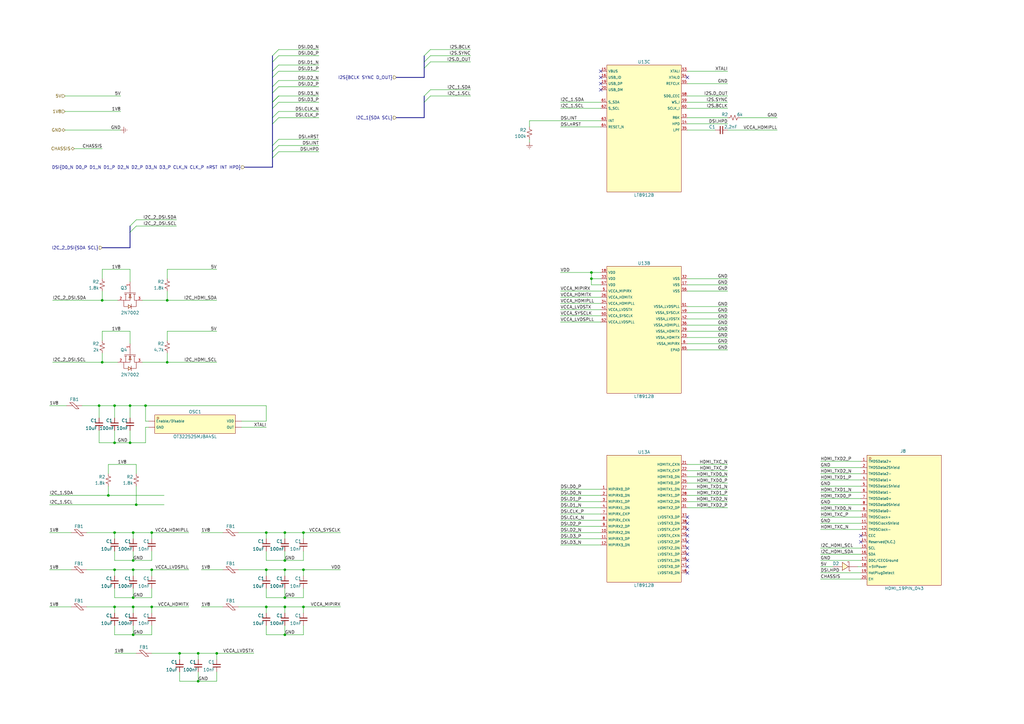
<source format=kicad_sch>
(kicad_sch (version 20230121) (generator eeschema)
  (paper "A3")
  (lib_symbols
    (symbol "25MHZ_OSCILLATOR:OT322525MJBA4SL" (pin_numbers hide)
      (property "Reference" "OSC" (at 0 5.461 0))
      (property "Value" "OT322525MJBA4SL" (at 0 -5.588 0))
      (symbol "OT322525MJBA4SL_0_1"
        (pin unspecified line (at -19.05 1.27 0) (length 2.54) (name "Enable/Disable") (number "1"))
        (pin unspecified line (at -19.05 -1.27 0) (length 2.54) (name "GND") (number "2"))
        (pin unspecified line (at 19.05 -1.27 180) (length 2.54) (name "OUT") (number "3"))
        (pin unspecified line (at 19.05 1.27 180) (length 2.54) (name "VDD") (number "4"))
      )
    )
    (symbol "B540C-13-F:B540C-13-F" (pin_numbers hide) (pin_names hide)
      (property "Reference" "D" (at 0 2.921 0))
      (property "Value" "B540C-13-F" (at 0.762 -3.302 0))
      (symbol "B540C-13-F_0_1"
        (pin unspecified line (at -5.08 0 0) (length 3.81) (name "K") (number "1"))
        (pin unspecified line (at 5.08 0 180) (length 3.81) (name "A") (number "2"))
      )
    )
    (symbol "Device:C_Small" (pin_numbers hide) (pin_names (offset 0.254) hide)
      (property "Reference" "C" (at 0.254 1.778 0))
      (property "Value" "C_Small" (at 0.254 -2.032 0))
      (symbol "C_Small_1_1"
        (pin passive line (at 0 2.54 270) (length 2.032) (name "~") (number "1"))
        (pin passive line (at 0 -2.54 90) (length 2.032) (name "~") (number "2"))
      )
    )
    (symbol "Device:R_Small_US" (pin_numbers hide) (pin_names (offset 0.254) hide)
      (property "Reference" "R" (at 0.762 0.508 0))
      (property "Value" "R_Small_US" (at 0.762 -1.016 0))
      (symbol "R_Small_US_1_1"
        (pin passive line (at 0 2.54 270) (length 1.016) (name "~") (number "1"))
        (pin passive line (at 0 -2.54 90) (length 1.016) (name "~") (number "2"))
      )
    )
    (symbol "Ferrite_Bead_100:GZ2012D101TF" (pin_numbers hide) (pin_names (offset 0) hide)
      (property "Reference" "FB" (at 0 2.413 0))
      (property "Value" "GZ2012D101TF" (at 2.921 -5.461 0))
      (symbol "GZ2012D101TF_1_1"
        (pin unspecified line (at -3.175 0 0) (length 2.54) (name "1") (number "1"))
        (pin unspecified line (at 3.175 0 180) (length 2.54) (name "2") (number "2"))
      )
    )
    (symbol "HDMI_CONNECTOR:HDMI_19PIN_043"
      (property "Reference" "J" (at -11.43 29.21 0))
      (property "Value" "HDMI_19PIN_043" (at -5.08 -26.67 0))
      (symbol "HDMI_19PIN_043_0_1"
        (pin unspecified line (at -15.24 25.4 0) (length 2.54) (name "TMDSData2+") (number "1"))
        (pin unspecified line (at -15.24 2.54 0) (length 2.54) (name "TMDSClock+") (number "10"))
        (pin unspecified line (at -15.24 0 0) (length 2.54) (name "TMDSClockShield") (number "11"))
        (pin unspecified line (at -15.24 -2.54 0) (length 2.54) (name "TMDSClock-") (number "12"))
        (pin unspecified line (at -15.24 -5.08 0) (length 2.54) (name "CEC") (number "13"))
        (pin unspecified line (at -15.24 -7.62 0) (length 2.54) (name "Reserved(N.C.)") (number "14"))
        (pin unspecified line (at -15.24 -10.16 0) (length 2.54) (name "SCL") (number "15"))
        (pin unspecified line (at -15.24 -12.7 0) (length 2.54) (name "SDA") (number "16"))
        (pin unspecified line (at -15.24 -15.24 0) (length 2.54) (name "DDC/CECGround") (number "17"))
        (pin unspecified line (at -15.24 -17.78 0) (length 2.54) (name "+5VPower") (number "18"))
        (pin unspecified line (at -15.24 -20.32 0) (length 2.54) (name "HotPlugDetect") (number "19"))
        (pin unspecified line (at -15.24 22.86 0) (length 2.54) (name "TMDSData2Shield") (number "2"))
        (pin unspecified line (at -15.24 -22.86 0) (length 2.54) (name "EH") (number "20"))
        (pin unspecified line (at -15.24 20.32 0) (length 2.54) (name "TMDSData2-") (number "3"))
        (pin unspecified line (at -15.24 17.78 0) (length 2.54) (name "TMDSData1+") (number "4"))
        (pin unspecified line (at -15.24 15.24 0) (length 2.54) (name "TMDSData1Shield") (number "5"))
        (pin unspecified line (at -15.24 12.7 0) (length 2.54) (name "TMDSData1-") (number "6"))
        (pin unspecified line (at -15.24 10.16 0) (length 2.54) (name "TMDSData0+") (number "7"))
        (pin unspecified line (at -15.24 7.62 0) (length 2.54) (name "TMDSData0Shield") (number "8"))
        (pin unspecified line (at -15.24 5.08 0) (length 2.54) (name "TMDSData0-") (number "9"))
      )
    )
    (symbol "LT8912B:LT8912B"
      (property "Reference" "U" (at -13.97 43.18 0))
      (property "Value" "LT8912B" (at 0 -12.7 0))
      (symbol "LT8912B_1_1"
        (pin unspecified line (at -17.78 27.94 0) (length 2.54) (name "MIPIRX0_DP") (number "1"))
        (pin unspecified line (at -17.78 10.16 0) (length 2.54) (name "MIPIRX2_DN") (number "10"))
        (pin unspecified line (at -17.78 7.62 0) (length 2.54) (name "MIPIRX3_DP") (number "11"))
        (pin unspecified line (at -17.78 5.08 0) (length 2.54) (name "MIPIRX3_DN") (number "12"))
        (pin unspecified line (at -17.78 25.4 0) (length 2.54) (name "MIPIRX0_DN") (number "2"))
        (pin unspecified line (at 17.78 38.1 180) (length 2.54) (name "HDMITX_CKN") (number "21"))
        (pin unspecified line (at 17.78 35.56 180) (length 2.54) (name "HDMITX_CKP") (number "22"))
        (pin unspecified line (at 17.78 33.02 180) (length 2.54) (name "HDMITX0_DN") (number "24"))
        (pin unspecified line (at 17.78 30.48 180) (length 2.54) (name "HDMITX0_DP") (number "25"))
        (pin unspecified line (at 17.78 27.94 180) (length 2.54) (name "HDMITX1_DN") (number "27"))
        (pin unspecified line (at 17.78 25.4 180) (length 2.54) (name "HDMITX1_DP") (number "28"))
        (pin unspecified line (at -17.78 22.86 0) (length 2.54) (name "MIPIRX1_DP") (number "3"))
        (pin unspecified line (at 17.78 22.86 180) (length 2.54) (name "HDMITX2_DN") (number "30"))
        (pin unspecified line (at 17.78 20.32 180) (length 2.54) (name "HDMITX2_DP") (number "31"))
        (pin unspecified line (at 17.78 16.51 180) (length 2.54) (name "LVDSTX3_DP") (number "37"))
        (pin unspecified line (at 17.78 13.97 180) (length 2.54) (name "LVDSTX3_DN") (number "38"))
        (pin unspecified line (at 17.78 11.43 180) (length 2.54) (name "LVDSTX_CKP") (number "39"))
        (pin unspecified line (at -17.78 20.32 0) (length 2.54) (name "MIPIRX1_DN") (number "4"))
        (pin unspecified line (at 17.78 8.89 180) (length 2.54) (name "LVDSTX_CKN") (number "40"))
        (pin unspecified line (at 17.78 6.35 180) (length 2.54) (name "LVDSTX2_DP") (number "43"))
        (pin unspecified line (at 17.78 3.81 180) (length 2.54) (name "LVDSTX2_DN") (number "44"))
        (pin unspecified line (at 17.78 1.27 180) (length 2.54) (name "LVDSTX1_DP") (number "45"))
        (pin unspecified line (at 17.78 -1.27 180) (length 2.54) (name "LVDSTX1_DN") (number "46"))
        (pin unspecified line (at 17.78 -3.81 180) (length 2.54) (name "LVDSTX0_DP") (number "47"))
        (pin unspecified line (at 17.78 -6.35 180) (length 2.54) (name "LVDSTX0_DN") (number "48"))
        (pin unspecified line (at -17.78 17.78 0) (length 2.54) (name "MIPIRX_CKP") (number "7"))
        (pin unspecified line (at -17.78 15.24 0) (length 2.54) (name "MIPIRX_CKN") (number "8"))
        (pin unspecified line (at -17.78 12.7 0) (length 2.54) (name "MIPIRX2_DP") (number "9"))
      )
      (symbol "LT8912B_2_1"
        (pin unspecified line (at 17.78 34.29 180) (length 2.54) (name "VSS") (number "17"))
        (pin unspecified line (at -17.78 39.37 0) (length 2.54) (name "VDD") (number "18"))
        (pin unspecified line (at 17.78 12.7 180) (length 2.54) (name "VSSA_HDMITX") (number "23"))
        (pin unspecified line (at -17.78 29.21 0) (length 2.54) (name "VCCA_HDMITX") (number "26"))
        (pin unspecified line (at 17.78 15.24 180) (length 2.54) (name "VSSA_HDMITX") (number "29"))
        (pin unspecified line (at 17.78 36.83 180) (length 2.54) (name "VSS") (number "32"))
        (pin unspecified line (at -17.78 36.83 0) (length 2.54) (name "VDD") (number "33"))
        (pin unspecified line (at -17.78 26.67 0) (length 2.54) (name "VCCA_HDMIPLL") (number "34"))
        (pin unspecified line (at 17.78 17.78 180) (length 2.54) (name "VSSA_HDMIPLL") (number "36"))
        (pin unspecified line (at -17.78 24.13 0) (length 2.54) (name "VCCA_LVDSTX") (number "41"))
        (pin unspecified line (at 17.78 20.32 180) (length 2.54) (name "VSSA_LVDSTX") (number "42"))
        (pin unspecified line (at 17.78 22.86 180) (length 2.54) (name "VSSA_SYSCLK") (number "49"))
        (pin unspecified line (at -17.78 31.75 0) (length 2.54) (name "VCCA_MIPIRX") (number "5"))
        (pin unspecified line (at -17.78 21.59 0) (length 2.54) (name "VCCA_SYSCLK") (number "50"))
        (pin unspecified line (at 17.78 25.4 180) (length 2.54) (name "VSSA_LVDSPLL") (number "51"))
        (pin unspecified line (at -17.78 19.05 0) (length 2.54) (name "VCCA_LVDSPLL") (number "52"))
        (pin unspecified line (at 17.78 31.75 180) (length 2.54) (name "VSS") (number "56"))
        (pin unspecified line (at -17.78 34.29 0) (length 2.54) (name "VDD") (number "57"))
        (pin unspecified line (at 17.78 10.16 180) (length 2.54) (name "VSSA_MIPIRX") (number "6"))
        (pin unspecified line (at 17.78 7.62 180) (length 2.54) (name "EPAD") (number "65"))
      )
      (symbol "LT8912B_3_1"
        (pin unspecified line (at 17.78 20.32 180) (length 2.54) (name "R6K") (number "13"))
        (pin unspecified line (at 17.78 17.78 180) (length 2.54) (name "HPD") (number "14"))
        (pin unspecified line (at -17.78 39.37 0) (length 2.54) (name "VBUS") (number "15"))
        (pin unspecified line (at -17.78 36.83 0) (length 2.54) (name "USB_ID") (number "16"))
        (pin unspecified line (at -17.78 34.29 0) (length 2.54) (name "USB_DP") (number "19"))
        (pin unspecified line (at -17.78 31.75 0) (length 2.54) (name "USB_DM") (number "20"))
        (pin unspecified line (at 17.78 15.24 180) (length 2.54) (name "LPF") (number "35"))
        (pin unspecified line (at 17.78 39.37 180) (length 2.54) (name "XTALI") (number "53"))
        (pin unspecified line (at 17.78 36.83 180) (length 2.54) (name "XTALO") (number "54"))
        (pin unspecified line (at 17.78 34.29 180) (length 2.54) (name "REFCLK") (number "55"))
        (pin unspecified line (at 17.78 29.21 180) (length 2.54) (name "SD0_CEC") (number "58"))
        (pin unspecified line (at 17.78 26.67 180) (length 2.54) (name "WS_I") (number "59"))
        (pin unspecified line (at 17.78 24.13 180) (length 2.54) (name "SCLK_I") (number "60"))
        (pin unspecified line (at -17.78 26.67 0) (length 2.54) (name "S_SDA") (number "61"))
        (pin unspecified line (at -17.78 24.13 0) (length 2.54) (name "S_SCL") (number "62"))
        (pin unspecified line (at -17.78 19.05 0) (length 2.54) (name "INT") (number "63"))
        (pin unspecified line (at -17.78 16.51 0) (length 2.54) (name "RESET_N") (number "64"))
      )
    )
    (symbol "NMOS_2N7002:2N7002" (pin_names hide)
      (property "Reference" "Q" (at -1.651 1.397 0))
      (property "Value" "2N7002" (at 7.493 0.254 90))
      (symbol "2N7002_0_1"
        (pin unspecified line (at -5.08 0 0) (length 2.54) (name "G") (number "1"))
        (pin unspecified line (at 2.54 -5.08 90) (length 2.54) (name "S") (number "2"))
        (pin unspecified line (at 2.54 5.08 270) (length 2.54) (name "D") (number "3"))
      )
    )
    (symbol "power:GNDREF" (power) (pin_names (offset 0))
      (property "Value" "GNDREF" (at 0 -3.81 0))
      (symbol "GNDREF_1_1"
        (pin power_in line (at 0 0 270) (length 0) hide (name "GNDREF") (number "1"))
      )
    )
  )
  (junction (at 40.64 166.37))
  (junction (at 46.99 233.68))
  (junction (at 46.99 181.61))
  (junction (at 68.58 123.19))
  (junction (at 54.61 260.35))
  (junction (at 41.91 148.59))
  (junction (at 54.61 218.44))
  (junction (at 116.84 233.68))
  (junction (at 46.99 218.44))
  (junction (at 116.84 229.87))
  (junction (at 81.28 267.97))
  (junction (at 109.22 218.44))
  (junction (at 46.99 248.92))
  (junction (at 109.22 233.68))
  (junction (at 124.46 233.68))
  (junction (at 59.69 166.37))
  (junction (at 116.84 248.92))
  (junction (at 54.61 229.87))
  (junction (at 116.84 245.11))
  (junction (at 62.23 233.68))
  (junction (at 46.99 166.37))
  (junction (at 124.46 248.92))
  (junction (at 44.45 203.2))
  (junction (at 88.9 267.97))
  (junction (at 68.58 148.59))
  (junction (at 55.88 207.01))
  (junction (at 53.34 181.61))
  (junction (at 62.23 248.92))
  (junction (at 116.84 218.44))
  (junction (at 41.91 123.19))
  (junction (at 53.34 166.37))
  (junction (at 116.84 260.35))
  (junction (at 109.22 248.92))
  (junction (at 242.57 111.76))
  (junction (at 54.61 233.68))
  (junction (at 54.61 248.92))
  (junction (at 242.57 114.3))
  (junction (at 73.66 267.97))
  (junction (at 124.46 218.44))
  (junction (at 81.28 279.4))
  (junction (at 54.61 245.11))
  (junction (at 62.23 218.44))
  (no_connect (at 281.94 229.87))
  (no_connect (at 246.38 29.21))
  (no_connect (at 281.94 217.17))
  (no_connect (at 281.94 224.79))
  (no_connect (at 281.94 219.71))
  (no_connect (at 246.38 31.75))
  (no_connect (at 281.94 232.41))
  (no_connect (at 246.38 36.83))
  (no_connect (at 281.94 212.09))
  (no_connect (at 281.94 234.95))
  (no_connect (at 281.94 227.33))
  (no_connect (at 353.06 219.71))
  (no_connect (at 246.38 34.29))
  (no_connect (at 281.94 31.75))
  (no_connect (at 281.94 222.25))
  (no_connect (at 353.06 222.25))
  (no_connect (at 281.94 214.63))
  (bus_entry (at 111.76 35.56) (size 2.54 -2.54))
  (bus_entry (at 111.76 29.21) (size 2.54 -2.54))
  (bus_entry (at 111.76 59.69) (size 2.54 -2.54))
  (bus_entry (at 111.76 41.91) (size 2.54 -2.54))
  (bus_entry (at 111.76 64.77) (size 2.54 -2.54))
  (bus_entry (at 111.76 31.75) (size 2.54 -2.54))
  (bus_entry (at 173.99 27.94) (size 2.54 -2.54))
  (bus_entry (at 111.76 25.4) (size 2.54 -2.54))
  (bus_entry (at 111.76 50.8) (size 2.54 -2.54))
  (bus_entry (at 111.76 48.26) (size 2.54 -2.54))
  (bus_entry (at 111.76 44.45) (size 2.54 -2.54))
  (bus_entry (at 111.76 62.23) (size 2.54 -2.54))
  (bus_entry (at 173.99 39.37) (size 2.54 -2.54))
  (bus_entry (at 173.99 41.91) (size 2.54 -2.54))
  (bus_entry (at 111.76 41.91) (size 2.54 -2.54))
  (bus_entry (at 111.76 22.86) (size 2.54 -2.54))
  (bus_entry (at 173.99 25.4) (size 2.54 -2.54))
  (bus_entry (at 173.99 22.86) (size 2.54 -2.54))
  (bus_entry (at 111.76 38.1) (size 2.54 -2.54))
  (bus_entry (at 53.34 92.71) (size 2.54 -2.54))
  (bus_entry (at 53.34 95.25) (size 2.54 -2.54))
  (wire (pts (xy 114.3 22.86) (xy 130.81 22.86)))
  (wire (pts (xy 54.61 260.35) (xy 62.23 260.35)))
  (wire (pts (xy 20.32 203.2) (xy 44.45 203.2)))
  (wire (pts (xy 242.57 114.3) (xy 242.57 116.84)))
  (wire (pts (xy 116.84 236.22) (xy 116.84 233.68)))
  (wire (pts (xy 242.57 114.3) (xy 246.38 114.3)))
  (wire (pts (xy 46.99 245.11) (xy 46.99 241.3)))
  (wire (pts (xy 281.94 44.45) (xy 298.45 44.45)))
  (wire (pts (xy 281.94 128.27) (xy 298.45 128.27)))
  (wire (pts (xy 176.53 22.86) (xy 193.04 22.86)))
  (wire (pts (xy 62.23 233.68) (xy 77.47 233.68)))
  (wire (pts (xy 46.99 166.37) (xy 46.99 171.45)))
  (wire (pts (xy 281.94 116.84) (xy 298.45 116.84)))
  (wire (pts (xy 246.38 213.36) (xy 229.87 213.36)))
  (wire (pts (xy 246.38 218.44) (xy 229.87 218.44)))
  (wire (pts (xy 97.79 233.68) (xy 109.22 233.68)))
  (wire (pts (xy 246.38 200.66) (xy 229.87 200.66)))
  (wire (pts (xy 44.45 190.5) (xy 44.45 194.31)))
  (wire (pts (xy 62.23 226.06) (xy 62.23 229.87)))
  (bus (pts (xy 111.76 31.75) (xy 111.76 35.56)))
  (wire (pts (xy 353.06 196.85) (xy 336.55 196.85)))
  (wire (pts (xy 21.59 123.19) (xy 41.91 123.19)))
  (bus (pts (xy 100.33 68.58) (xy 111.76 68.58)))
  (wire (pts (xy 114.3 29.21) (xy 130.81 29.21)))
  (wire (pts (xy 246.38 127) (xy 229.87 127)))
  (wire (pts (xy 53.34 166.37) (xy 59.69 166.37)))
  (wire (pts (xy 176.53 36.83) (xy 193.04 36.83)))
  (wire (pts (xy 21.59 148.59) (xy 41.91 148.59)))
  (wire (pts (xy 46.99 229.87) (xy 46.99 226.06)))
  (wire (pts (xy 58.42 123.19) (xy 68.58 123.19)))
  (wire (pts (xy 68.58 123.19) (xy 88.9 123.19)))
  (wire (pts (xy 53.34 140.97) (xy 53.34 135.89)))
  (wire (pts (xy 62.23 248.92) (xy 77.47 248.92)))
  (wire (pts (xy 62.23 233.68) (xy 54.61 233.68)))
  (wire (pts (xy 68.58 135.89) (xy 88.9 135.89)))
  (wire (pts (xy 246.38 44.45) (xy 229.87 44.45)))
  (wire (pts (xy 246.38 203.2) (xy 229.87 203.2)))
  (wire (pts (xy 124.46 241.3) (xy 124.46 245.11)))
  (bus (pts (xy 111.76 35.56) (xy 111.76 38.1)))
  (bus (pts (xy 111.76 48.26) (xy 111.76 50.8)))
  (wire (pts (xy 109.22 172.72) (xy 109.22 166.37)))
  (bus (pts (xy 111.76 25.4) (xy 111.76 29.21)))
  (wire (pts (xy 109.22 229.87) (xy 116.84 229.87)))
  (wire (pts (xy 35.56 233.68) (xy 46.99 233.68)))
  (wire (pts (xy 246.38 41.91) (xy 229.87 41.91)))
  (wire (pts (xy 176.53 25.4) (xy 193.04 25.4)))
  (bus (pts (xy 111.76 41.91) (xy 111.76 44.45)))
  (wire (pts (xy 30.48 60.96) (xy 41.91 60.96)))
  (bus (pts (xy 173.99 41.91) (xy 173.99 48.26)))
  (wire (pts (xy 46.99 260.35) (xy 54.61 260.35)))
  (wire (pts (xy 353.06 191.77) (xy 336.55 191.77)))
  (wire (pts (xy 116.84 226.06) (xy 116.84 229.87)))
  (wire (pts (xy 46.99 248.92) (xy 46.99 251.46)))
  (wire (pts (xy 246.38 121.92) (xy 229.87 121.92)))
  (wire (pts (xy 124.46 226.06) (xy 124.46 229.87)))
  (wire (pts (xy 114.3 57.15) (xy 130.81 57.15)))
  (wire (pts (xy 54.61 245.11) (xy 62.23 245.11)))
  (wire (pts (xy 53.34 181.61) (xy 59.69 181.61)))
  (wire (pts (xy 40.64 166.37) (xy 46.99 166.37)))
  (wire (pts (xy 281.94 135.89) (xy 298.45 135.89)))
  (wire (pts (xy 246.38 215.9) (xy 229.87 215.9)))
  (wire (pts (xy 46.99 267.97) (xy 55.88 267.97)))
  (wire (pts (xy 73.66 279.4) (xy 81.28 279.4)))
  (wire (pts (xy 281.94 195.58) (xy 298.45 195.58)))
  (wire (pts (xy 246.38 208.28) (xy 229.87 208.28)))
  (wire (pts (xy 55.88 90.17) (xy 72.39 90.17)))
  (wire (pts (xy 35.56 248.92) (xy 46.99 248.92)))
  (wire (pts (xy 54.61 220.98) (xy 54.61 218.44)))
  (wire (pts (xy 353.06 217.17) (xy 336.55 217.17)))
  (wire (pts (xy 114.3 48.26) (xy 130.81 48.26)))
  (wire (pts (xy 246.38 129.54) (xy 229.87 129.54)))
  (wire (pts (xy 217.17 49.53) (xy 246.38 49.53)))
  (wire (pts (xy 281.94 125.73) (xy 298.45 125.73)))
  (wire (pts (xy 62.23 241.3) (xy 62.23 245.11)))
  (wire (pts (xy 176.53 39.37) (xy 193.04 39.37)))
  (wire (pts (xy 281.94 138.43) (xy 298.45 138.43)))
  (wire (pts (xy 60.96 175.26) (xy 59.69 175.26)))
  (wire (pts (xy 82.55 233.68) (xy 91.44 233.68)))
  (wire (pts (xy 53.34 176.53) (xy 53.34 181.61)))
  (wire (pts (xy 116.84 220.98) (xy 116.84 218.44)))
  (wire (pts (xy 109.22 233.68) (xy 109.22 236.22)))
  (wire (pts (xy 68.58 114.3) (xy 68.58 110.49)))
  (wire (pts (xy 281.94 198.12) (xy 298.45 198.12)))
  (wire (pts (xy 281.94 208.28) (xy 298.45 208.28)))
  (wire (pts (xy 114.3 39.37) (xy 130.81 39.37)))
  (wire (pts (xy 55.88 194.31) (xy 55.88 190.5)))
  (wire (pts (xy 40.64 181.61) (xy 46.99 181.61)))
  (wire (pts (xy 20.32 218.44) (xy 29.21 218.44)))
  (wire (pts (xy 353.06 207.01) (xy 336.55 207.01)))
  (wire (pts (xy 41.91 123.19) (xy 48.26 123.19)))
  (wire (pts (xy 41.91 110.49) (xy 41.91 114.3)))
  (wire (pts (xy 116.84 251.46) (xy 116.84 248.92)))
  (bus (pts (xy 162.56 48.26) (xy 173.99 48.26)))
  (bus (pts (xy 173.99 25.4) (xy 173.99 27.94)))
  (wire (pts (xy 40.64 176.53) (xy 40.64 181.61)))
  (wire (pts (xy 54.61 256.54) (xy 54.61 260.35)))
  (wire (pts (xy 20.32 207.01) (xy 55.88 207.01)))
  (wire (pts (xy 281.94 130.81) (xy 298.45 130.81)))
  (wire (pts (xy 62.23 236.22) (xy 62.23 233.68)))
  (wire (pts (xy 62.23 218.44) (xy 77.47 218.44)))
  (wire (pts (xy 298.45 53.34) (xy 318.77 53.34)))
  (wire (pts (xy 55.88 92.71) (xy 72.39 92.71)))
  (wire (pts (xy 40.64 166.37) (xy 40.64 171.45)))
  (wire (pts (xy 124.46 233.68) (xy 139.7 233.68)))
  (wire (pts (xy 54.61 229.87) (xy 62.23 229.87)))
  (wire (pts (xy 281.94 29.21) (xy 298.45 29.21)))
  (wire (pts (xy 114.3 35.56) (xy 130.81 35.56)))
  (wire (pts (xy 353.06 224.79) (xy 336.55 224.79)))
  (wire (pts (xy 353.06 189.23) (xy 336.55 189.23)))
  (wire (pts (xy 88.9 270.51) (xy 88.9 267.97)))
  (wire (pts (xy 281.94 140.97) (xy 298.45 140.97)))
  (bus (pts (xy 111.76 50.8) (xy 111.76 59.69)))
  (wire (pts (xy 46.99 233.68) (xy 46.99 236.22)))
  (wire (pts (xy 116.84 218.44) (xy 109.22 218.44)))
  (wire (pts (xy 41.91 119.38) (xy 41.91 123.19)))
  (wire (pts (xy 68.58 148.59) (xy 88.9 148.59)))
  (wire (pts (xy 20.32 233.68) (xy 29.21 233.68)))
  (wire (pts (xy 73.66 267.97) (xy 73.66 270.51)))
  (wire (pts (xy 62.23 218.44) (xy 54.61 218.44)))
  (wire (pts (xy 49.53 45.72) (xy 26.67 45.72)))
  (wire (pts (xy 114.3 26.67) (xy 130.81 26.67)))
  (wire (pts (xy 88.9 275.59) (xy 88.9 279.4)))
  (wire (pts (xy 49.53 39.37) (xy 26.67 39.37)))
  (wire (pts (xy 54.61 226.06) (xy 54.61 229.87)))
  (wire (pts (xy 124.46 218.44) (xy 139.7 218.44)))
  (wire (pts (xy 46.99 229.87) (xy 54.61 229.87)))
  (wire (pts (xy 281.94 205.74) (xy 298.45 205.74)))
  (wire (pts (xy 242.57 111.76) (xy 229.87 111.76)))
  (wire (pts (xy 281.94 41.91) (xy 298.45 41.91)))
  (wire (pts (xy 246.38 52.07) (xy 229.87 52.07)))
  (wire (pts (xy 46.99 260.35) (xy 46.99 256.54)))
  (wire (pts (xy 114.3 62.23) (xy 130.81 62.23)))
  (bus (pts (xy 111.76 59.69) (xy 111.76 62.23)))
  (wire (pts (xy 109.22 248.92) (xy 109.22 251.46)))
  (wire (pts (xy 114.3 33.02) (xy 130.81 33.02)))
  (wire (pts (xy 97.79 248.92) (xy 109.22 248.92)))
  (bus (pts (xy 173.99 27.94) (xy 173.99 31.75)))
  (wire (pts (xy 114.3 45.72) (xy 130.81 45.72)))
  (wire (pts (xy 62.23 248.92) (xy 54.61 248.92)))
  (wire (pts (xy 246.38 210.82) (xy 229.87 210.82)))
  (wire (pts (xy 229.87 119.38) (xy 246.38 119.38)))
  (wire (pts (xy 353.06 214.63) (xy 336.55 214.63)))
  (wire (pts (xy 44.45 203.2) (xy 67.31 203.2)))
  (wire (pts (xy 353.06 234.95) (xy 336.55 234.95)))
  (wire (pts (xy 353.06 229.87) (xy 336.55 229.87)))
  (wire (pts (xy 54.61 241.3) (xy 54.61 245.11)))
  (wire (pts (xy 58.42 148.59) (xy 68.58 148.59)))
  (bus (pts (xy 173.99 22.86) (xy 173.99 25.4)))
  (wire (pts (xy 54.61 236.22) (xy 54.61 233.68)))
  (wire (pts (xy 336.55 232.41) (xy 341.63 232.41)))
  (bus (pts (xy 111.76 64.77) (xy 111.76 68.58)))
  (wire (pts (xy 242.57 111.76) (xy 242.57 114.3)))
  (wire (pts (xy 353.06 209.55) (xy 336.55 209.55)))
  (wire (pts (xy 124.46 248.92) (xy 139.7 248.92)))
  (wire (pts (xy 217.17 57.15) (xy 217.17 58.42)))
  (wire (pts (xy 54.61 248.92) (xy 46.99 248.92)))
  (wire (pts (xy 55.88 190.5) (xy 44.45 190.5)))
  (wire (pts (xy 59.69 175.26) (xy 59.69 181.61)))
  (wire (pts (xy 53.34 135.89) (xy 41.91 135.89)))
  (wire (pts (xy 116.84 260.35) (xy 124.46 260.35)))
  (bus (pts (xy 111.76 22.86) (xy 111.76 25.4)))
  (wire (pts (xy 68.58 119.38) (xy 68.58 123.19)))
  (bus (pts (xy 53.34 92.71) (xy 53.34 95.25)))
  (wire (pts (xy 53.34 110.49) (xy 41.91 110.49)))
  (wire (pts (xy 281.94 133.35) (xy 298.45 133.35)))
  (bus (pts (xy 53.34 95.25) (xy 53.34 101.6)))
  (wire (pts (xy 281.94 39.37) (xy 298.45 39.37)))
  (wire (pts (xy 46.99 218.44) (xy 46.99 220.98)))
  (wire (pts (xy 97.79 218.44) (xy 109.22 218.44)))
  (bus (pts (xy 41.91 101.6) (xy 53.34 101.6)))
  (wire (pts (xy 46.99 176.53) (xy 46.99 181.61)))
  (wire (pts (xy 49.53 53.34) (xy 26.67 53.34)))
  (wire (pts (xy 281.94 119.38) (xy 298.45 119.38)))
  (wire (pts (xy 124.46 251.46) (xy 124.46 248.92)))
  (wire (pts (xy 44.45 199.39) (xy 44.45 203.2)))
  (wire (pts (xy 353.06 201.93) (xy 336.55 201.93)))
  (wire (pts (xy 41.91 135.89) (xy 41.91 139.7)))
  (wire (pts (xy 281.94 203.2) (xy 298.45 203.2)))
  (wire (pts (xy 246.38 132.08) (xy 229.87 132.08)))
  (wire (pts (xy 55.88 199.39) (xy 55.88 207.01)))
  (wire (pts (xy 53.34 166.37) (xy 53.34 171.45)))
  (wire (pts (xy 353.06 204.47) (xy 336.55 204.47)))
  (wire (pts (xy 109.22 218.44) (xy 109.22 220.98)))
  (bus (pts (xy 111.76 38.1) (xy 111.76 41.91)))
  (wire (pts (xy 109.22 245.11) (xy 109.22 241.3)))
  (wire (pts (xy 62.23 220.98) (xy 62.23 218.44)))
  (wire (pts (xy 114.3 59.69) (xy 130.81 59.69)))
  (wire (pts (xy 116.84 248.92) (xy 109.22 248.92)))
  (wire (pts (xy 59.69 172.72) (xy 60.96 172.72)))
  (wire (pts (xy 109.22 260.35) (xy 116.84 260.35)))
  (wire (pts (xy 176.53 20.32) (xy 193.04 20.32)))
  (wire (pts (xy 116.84 241.3) (xy 116.84 245.11)))
  (wire (pts (xy 82.55 248.92) (xy 91.44 248.92)))
  (wire (pts (xy 353.06 212.09) (xy 336.55 212.09)))
  (wire (pts (xy 246.38 111.76) (xy 242.57 111.76)))
  (wire (pts (xy 116.84 256.54) (xy 116.84 260.35)))
  (wire (pts (xy 303.53 48.26) (xy 318.77 48.26)))
  (wire (pts (xy 281.94 200.66) (xy 298.45 200.66)))
  (wire (pts (xy 109.22 229.87) (xy 109.22 226.06)))
  (wire (pts (xy 281.94 190.5) (xy 298.45 190.5)))
  (wire (pts (xy 62.23 256.54) (xy 62.23 260.35)))
  (wire (pts (xy 81.28 270.51) (xy 81.28 267.97)))
  (wire (pts (xy 35.56 218.44) (xy 46.99 218.44)))
  (wire (pts (xy 124.46 236.22) (xy 124.46 233.68)))
  (wire (pts (xy 88.9 267.97) (xy 81.28 267.97)))
  (wire (pts (xy 116.84 245.11) (xy 124.46 245.11)))
  (wire (pts (xy 281.94 53.34) (xy 293.37 53.34)))
  (bus (pts (xy 111.76 44.45) (xy 111.76 48.26)))
  (wire (pts (xy 246.38 116.84) (xy 242.57 116.84)))
  (wire (pts (xy 114.3 20.32) (xy 130.81 20.32)))
  (wire (pts (xy 281.94 48.26) (xy 298.45 48.26)))
  (wire (pts (xy 46.99 245.11) (xy 54.61 245.11)))
  (wire (pts (xy 68.58 139.7) (xy 68.58 135.89)))
  (wire (pts (xy 246.38 220.98) (xy 229.87 220.98)))
  (wire (pts (xy 81.28 279.4) (xy 88.9 279.4)))
  (wire (pts (xy 33.655 166.37) (xy 40.64 166.37)))
  (wire (pts (xy 116.84 229.87) (xy 124.46 229.87)))
  (wire (pts (xy 46.99 166.37) (xy 53.34 166.37)))
  (wire (pts (xy 53.34 115.57) (xy 53.34 110.49)))
  (wire (pts (xy 281.94 193.04) (xy 298.45 193.04)))
  (wire (pts (xy 124.46 220.98) (xy 124.46 218.44)))
  (wire (pts (xy 82.55 218.44) (xy 91.44 218.44)))
  (wire (pts (xy 109.22 260.35) (xy 109.22 256.54)))
  (wire (pts (xy 46.99 181.61) (xy 53.34 181.61)))
  (wire (pts (xy 81.28 275.59) (xy 81.28 279.4)))
  (wire (pts (xy 68.58 144.78) (xy 68.58 148.59)))
  (wire (pts (xy 281.94 50.8) (xy 298.45 50.8)))
  (wire (pts (xy 124.46 248.92) (xy 116.84 248.92)))
  (wire (pts (xy 59.69 166.37) (xy 109.22 166.37)))
  (wire (pts (xy 336.55 237.49) (xy 353.06 237.49)))
  (wire (pts (xy 20.32 248.92) (xy 29.21 248.92)))
  (wire (pts (xy 99.06 172.72) (xy 109.22 172.72)))
  (wire (pts (xy 114.3 41.91) (xy 130.81 41.91)))
  (wire (pts (xy 351.79 232.41) (xy 353.06 232.41)))
  (wire (pts (xy 124.46 218.44) (xy 116.84 218.44)))
  (wire (pts (xy 54.61 251.46) (xy 54.61 248.92)))
  (wire (pts (xy 62.23 251.46) (xy 62.23 248.92)))
  (bus (pts (xy 111.76 29.21) (xy 111.76 31.75)))
  (wire (pts (xy 54.61 233.68) (xy 46.99 233.68)))
  (wire (pts (xy 246.38 205.74) (xy 229.87 205.74)))
  (wire (pts (xy 124.46 233.68) (xy 116.84 233.68)))
  (wire (pts (xy 217.17 49.53) (xy 217.17 52.07)))
  (wire (pts (xy 20.32 166.37) (xy 27.305 166.37)))
  (wire (pts (xy 88.9 267.97) (xy 104.14 267.97)))
  (wire (pts (xy 246.38 124.46) (xy 229.87 124.46)))
  (wire (pts (xy 353.06 227.33) (xy 336.55 227.33)))
  (wire (pts (xy 41.91 148.59) (xy 48.26 148.59)))
  (wire (pts (xy 73.66 279.4) (xy 73.66 275.59)))
  (wire (pts (xy 54.61 218.44) (xy 46.99 218.44)))
  (bus (pts (xy 111.76 62.23) (xy 111.76 64.77)))
  (bus (pts (xy 162.56 31.75) (xy 173.99 31.75)))
  (wire (pts (xy 68.58 110.49) (xy 88.9 110.49)))
  (wire (pts (xy 281.94 143.51) (xy 298.45 143.51)))
  (wire (pts (xy 59.69 166.37) (xy 59.69 172.72)))
  (wire (pts (xy 109.22 245.11) (xy 116.84 245.11)))
  (wire (pts (xy 55.88 207.01) (xy 67.31 207.01)))
  (wire (pts (xy 353.06 199.39) (xy 336.55 199.39)))
  (wire (pts (xy 41.91 144.78) (xy 41.91 148.59)))
  (wire (pts (xy 99.06 175.26) (xy 109.22 175.26)))
  (wire (pts (xy 246.38 223.52) (xy 229.87 223.52)))
  (wire (pts (xy 353.06 194.31) (xy 336.55 194.31)))
  (bus (pts (xy 173.99 39.37) (xy 173.99 41.91)))
  (wire (pts (xy 116.84 233.68) (xy 109.22 233.68)))
  (wire (pts (xy 62.23 267.97) (xy 73.66 267.97)))
  (wire (pts (xy 281.94 34.29) (xy 298.45 34.29)))
  (wire (pts (xy 124.46 256.54) (xy 124.46 260.35)))
  (wire (pts (xy 81.28 267.97) (xy 73.66 267.97)))
  (wire (pts (xy 281.94 114.3) (xy 298.45 114.3)))
  (label "GND" (at 298.45 135.89 180))
  (label "GND" (at 298.45 143.51 180))
  (label "I2C_2_DSI.SCL" (at 21.59 148.59 0))
  (label "HDMI_TXD2_P" (at 336.55 189.23 0))
  (label "DSI.HPD" (at 130.81 62.23 180))
  (label "DSI.D2_N" (at 229.87 218.44 0))
  (label "I2C_2_DSI.SDA" (at 72.39 90.17 180))
  (label "VCCA_SYSCLK" (at 229.87 129.54 0))
  (label "VCCA_LVDSPLL" (at 229.87 132.08 0))
  (label "HDMI_TXD2_P" (at 298.45 208.28 180))
  (label "1V8" (at 82.55 233.68 0))
  (label "DSI.D3_N" (at 130.81 39.37 180))
  (label "VCCA_HDMIPLL" (at 229.87 124.46 0))
  (label "CHASSIS" (at 336.55 237.49 0))
  (label "HDMI_TXD0_P" (at 298.45 198.12 180))
  (label "1V8" (at 20.32 218.44 0))
  (label "DSI.D1_N" (at 130.81 26.67 180))
  (label "VCCA_LVDSPLL" (at 77.47 233.68 180))
  (label "I2C_HDMI_SDA" (at 336.55 227.33 0))
  (label "I2C_1.SCL" (at 20.32 207.01 0))
  (label "1V8" (at 48.26 190.5 0))
  (label "GND" (at 81.28 279.4 0))
  (label "I2C_2_DSI.SDA" (at 21.59 123.19 0))
  (label "I2C_HDMI_SDA" (at 88.9 123.19 180))
  (label "1V8" (at 46.99 267.97 0))
  (label "5V" (at 88.9 135.89 180))
  (label "GND" (at 336.55 199.39 0))
  (label "I2S.BCLK" (at 193.04 20.32 180))
  (label "GND" (at 298.45 34.29 180))
  (label "GND" (at 116.84 245.11 0))
  (label "I2C_1.SDA" (at 193.04 36.83 180))
  (label "DSI.D1_P" (at 229.87 205.74 0))
  (label "I2S.SYNC" (at 193.04 22.86 180))
  (label "DSI.CLK_P" (at 229.87 210.82 0))
  (label "XTALI" (at 109.22 175.26 180))
  (label "GND" (at 336.55 229.87 0))
  (label "VCCA_HDMIPLL" (at 318.77 53.34 180))
  (label "HDMI_TXD1_N" (at 298.45 200.66 180))
  (label "DSI.HPD" (at 336.55 234.95 0))
  (label "1V8" (at 82.55 248.92 0))
  (label "1V8" (at 49.53 45.72 180))
  (label "HDMI_TXD2_N" (at 298.45 205.74 180))
  (label "DSI.D0_N" (at 130.81 20.32 180))
  (label "DSI.D3_N" (at 229.87 223.52 0))
  (label "GND" (at 336.55 207.01 0))
  (label "HDMI_TXC_P" (at 336.55 212.09 0))
  (label "VCCA_LVDSTX" (at 104.14 267.97 180))
  (label "I2S.D_OUT" (at 193.04 25.4 180))
  (label "1V8" (at 49.53 135.89 180))
  (label "XTALI" (at 298.45 29.21 180))
  (label "5V" (at 88.9 110.49 180))
  (label "GND" (at 54.61 260.35 0))
  (label "GND" (at 116.84 260.35 0))
  (label "VDD" (at 229.87 111.76 0))
  (label "DSI.CLK_N" (at 130.81 45.72 180))
  (label "DSI.HPD" (at 298.45 50.8 180))
  (label "DSI.nRST" (at 130.81 57.15 180))
  (label "HDMI_TXC_N" (at 336.55 217.17 0))
  (label "DSI.nRST" (at 229.87 52.07 0))
  (label "DSI.D0_P" (at 130.81 22.86 180))
  (label "HDMI_TXD1_N" (at 336.55 201.93 0))
  (label "I2C_HDMI_SCL" (at 88.9 148.59 180))
  (label "1V8" (at 20.32 248.92 0))
  (label "GND" (at 336.55 191.77 0))
  (label "DSI.INT" (at 229.87 49.53 0))
  (label "I2C_2_DSI.SCL" (at 72.39 92.71 180))
  (label "GND" (at 298.45 130.81 180))
  (label "DSI.CLK_N" (at 229.87 213.36 0))
  (label "GND" (at 298.45 140.97 180))
  (label "I2C_1.SDA" (at 20.32 203.2 0))
  (label "DSI.D3_P" (at 229.87 220.98 0))
  (label "GND" (at 318.77 48.26 180))
  (label "HDMI_TXD0_N" (at 298.45 195.58 180))
  (label "GND" (at 298.45 133.35 180))
  (label "VCCA_SYSCLK" (at 139.7 218.44 180))
  (label "VCCA_MIPIRX" (at 229.87 119.38 0))
  (label "1V8" (at 20.32 233.68 0))
  (label "GND" (at 336.55 214.63 0))
  (label "5V" (at 49.53 39.37 180))
  (label "HDMI_TXD0_P" (at 336.55 204.47 0))
  (label "HDMI_TXC_N" (at 298.45 190.5 180))
  (label "DSI.D1_N" (at 229.87 208.28 0))
  (label "I2C_1.SCL" (at 229.87 44.45 0))
  (label "DSI.D2_N" (at 130.81 33.02 180))
  (label "VDD" (at 139.7 233.68 180))
  (label "I2C_HDMI_SCL" (at 336.55 224.79 0))
  (label "VCCA_HDMITX" (at 229.87 121.92 0))
  (label "GND" (at 116.84 229.87 0))
  (label "HDMI_TXD1_P" (at 336.55 196.85 0))
  (label "HDMI_TXC_P" (at 298.45 193.04 180))
  (label "I2C_1.SDA" (at 229.87 41.91 0))
  (label "1V8" (at 49.53 110.49 180))
  (label "HDMI_TXD1_P" (at 298.45 203.2 180))
  (label "VCCA_HDMIPLL" (at 77.47 218.44 180))
  (label "GND" (at 298.45 128.27 180))
  (label "DSI.D0_N" (at 229.87 203.2 0))
  (label "VCCA_LVDSTX" (at 229.87 127 0))
  (label "DSI.D0_P" (at 229.87 200.66 0))
  (label "I2S.BCLK" (at 298.45 44.45 180))
  (label "GND" (at 298.45 114.3 180))
  (label "CHASSIS" (at 41.91 60.96 180))
  (label "GND" (at 298.45 119.38 180))
  (label "I2S.D_OUT" (at 298.45 39.37 180))
  (label "5V" (at 336.55 232.41 0))
  (label "GND" (at 48.26 181.61 0))
  (label "HDMI_TXD2_N" (at 336.55 194.31 0))
  (label "1V8" (at 82.55 218.44 0))
  (label "DSI.D1_P" (at 130.81 29.21 180))
  (label "GND" (at 54.61 229.87 0))
  (label "VCCA_MIPIRX" (at 139.7 248.92 180))
  (label "I2S.SYNC" (at 298.45 41.91 180))
  (label "1V8" (at 20.32 166.37 0))
  (label "VCCA_HDMITX" (at 77.47 248.92 180))
  (label "GND" (at 54.61 245.11 0))
  (label "DSI.D2_P" (at 130.81 35.56 180))
  (label "DSI.CLK_P" (at 130.81 48.26 180))
  (label "I2C_1.SCL" (at 193.04 39.37 180))
  (label "DSI.D2_P" (at 229.87 215.9 0))
  (label "GND" (at 298.45 125.73 180))
  (label "GND" (at 298.45 116.84 180))
  (label "DSI.D3_P" (at 130.81 41.91 180))
  (label "HDMI_TXD0_N" (at 336.55 209.55 0))
  (label "DSI.INT" (at 130.81 59.69 180))
  (label "GND" (at 49.53 53.34 180))
  (label "GND" (at 298.45 138.43 180))
  (hierarchical_label "I2C_2_DSI{SDA SCL}" (shape input) (at 41.91 101.6 180))
  (hierarchical_label "I2S{BCLK SYNC D_OUT}" (shape input) (at 162.56 31.75 180))
  (hierarchical_label "5V" (shape input) (at 26.67 39.37 180))
  (hierarchical_label "DSI{D0_N D0_P D1_N D1_P D2_N D2_P D3_N D3_P CLK_N CLK_P nRST INT HPD}" (shape input) (at 100.33 68.58 180))
  (hierarchical_label "CHASSIS" (shape bidirectional) (at 30.48 60.96 180))
  (hierarchical_label "1V8" (shape input) (at 26.67 45.72 180))
  (hierarchical_label "GND" (shape bidirectional) (at 26.67 53.34 180))
  (hierarchical_label "I2C_1{SDA SCL}" (shape input) (at 162.56 48.26 180))
  (symbol (lib_id "NMOS_2N7002:2N7002") (at 53.34 120.65 270) (unit 1)
    (property "Reference" "Q3" (at 50.8 118.11 90))
    (property "Value" "2N7002" (at 53.34 128.27 90))
    (property "Footprint" "NMOS_2N7002:NMOS_2N7002" (effects hide))
    (property "Datasheet" "https://www.diodes.com/assets/Package-Files/SOT23.pdf" (effects hide))
    (property "LCSC" "C8545" (effects hide))
  )
  (symbol (lib_id "Device:C_Small") (at 295.91 53.34 270) (unit 1)
    (property "Reference" "C1" (at 292.1 52.07 90))
    (property "Value" "2.2nF" (at 299.72 52.07 90))
    (property "Footprint" "Capacitor_SMD:C_0402_1005Metric" (effects hide))
    (instances (project "Tangenta" (path "" (reference "C1") (unit 1)) (path "" (reference "C9") (unit 1)) (path "" (reference "C40") (unit 1)) (path "" (reference "C80") (unit 1))))
  )
  (symbol (lib_id "Device:C_Small") (at 46.99 254 180) (unit 1)
    (property "Reference" "C1" (at 44.831 252.476 0))
    (property "Value" "10uF" (at 43.815 255.651 0))
    (property "Footprint" "Capacitor_SMD:C_0402_1005Metric" (effects hide))
    (instances (project "Tangenta" (path "" (reference "C1") (unit 1)) (path "" (reference "C9") (unit 1)) (path "" (reference "C40") (unit 1)) (path "" (reference "C65") (unit 1))))
  )
  (symbol (lib_id "Device:C_Small") (at 124.46 254 180) (unit 1)
    (property "Reference" "C1" (at 122.301 252.476 0))
    (property "Value" "10nF" (at 121.285 255.651 0))
    (property "Footprint" "Capacitor_SMD:C_0402_1005Metric" (effects hide))
    (instances (project "Tangenta" (path "" (reference "C1") (unit 1)) (path "" (reference "C9") (unit 1)) (path "" (reference "C40") (unit 1)) (path "" (reference "C76") (unit 1))))
  )
  (symbol (lib_id "LT8912B:LT8912B") (at 264.16 228.6 0) (unit 1)
    (property "Reference" "U13" (at 264.16 185.42 0))
    (property "Value" "LT8912B" (at 264.16 240.03 0))
    (property "Footprint" "LT8912B:LT8912B" (effects hide))
    (property "Datasheet" "https://datasheet.lcsc.com/lcsc/2301292030_LONTIUM-SEMICONDUCTOR-LT8912B_C2892102.pdf" (effects hide))
    (property "LCSC" "C2892102" (effects hide))
  )
  (symbol (lib_id "Device:C_Small") (at 62.23 254 180) (unit 1)
    (property "Reference" "C1" (at 60.071 252.476 0))
    (property "Value" "10nF" (at 59.055 255.651 0))
    (property "Footprint" "Capacitor_SMD:C_0402_1005Metric" (effects hide))
    (instances (project "Tangenta" (path "" (reference "C1") (unit 1)) (path "" (reference "C9") (unit 1)) (path "" (reference "C40") (unit 1)) (path "" (reference "C67") (unit 1))))
  )
  (symbol (lib_id "Device:R_Small_US") (at 68.58 142.24 180) (unit 1)
    (property "Reference" "R2" (at 67.31 140.97 0) (effects (justify left)))
    (property "Value" "4.7k" (at 67.31 143.51 0) (effects (justify left)))
    (property "Footprint" "Resistor_SMD:R_0402_1005Metric" (effects hide))
    (instances (project "Tangenta" (path "" (reference "R2") (unit 1)) (path "" (reference "R18") (unit 1)) (path "" (reference "R26") (unit 1)) (path "" (reference "R47") (unit 1))))
  )
  (symbol (lib_id "Device:C_Small") (at 109.22 254 180) (unit 1)
    (property "Reference" "C1" (at 107.061 252.476 0))
    (property "Value" "10uF" (at 106.045 255.651 0))
    (property "Footprint" "Capacitor_SMD:C_0402_1005Metric" (effects hide))
    (instances (project "Tangenta" (path "" (reference "C1") (unit 1)) (path "" (reference "C9") (unit 1)) (path "" (reference "C40") (unit 1)) (path "" (reference "C74") (unit 1))))
  )
  (symbol (lib_id "NMOS_2N7002:2N7002") (at 53.34 146.05 270) (unit 1)
    (property "Reference" "Q4" (at 50.8 143.51 90))
    (property "Value" "2N7002" (at 53.34 153.67 90))
    (property "Footprint" "NMOS_2N7002:NMOS_2N7002" (effects hide))
    (property "Datasheet" "https://www.diodes.com/assets/Package-Files/SOT23.pdf" (effects hide))
    (property "LCSC" "C8545" (effects hide))
  )
  (symbol (lib_id "Device:C_Small") (at 116.84 238.76 180) (unit 1)
    (property "Reference" "C1" (at 114.681 237.236 0))
    (property "Value" "100nF" (at 113.665 240.411 0))
    (property "Footprint" "Capacitor_SMD:C_0402_1005Metric" (effects hide))
    (instances (project "Tangenta" (path "" (reference "C1") (unit 1)) (path "" (reference "C9") (unit 1)) (path "" (reference "C40") (unit 1)) (path "" (reference "C72") (unit 1))))
  )
  (symbol (lib_id "LT8912B:LT8912B") (at 264.16 151.13 0) (unit 2)
    (property "Reference" "U13" (at 264.16 107.95 0))
    (property "Value" "LT8912B" (at 264.16 162.56 0))
    (property "Footprint" "LT8912B:LT8912B" (effects hide))
    (property "Datasheet" "https://datasheet.lcsc.com/lcsc/2301292030_LONTIUM-SEMICONDUCTOR-LT8912B_C2892102.pdf" (effects hide))
    (property "LCSC" "C2892102" (effects hide))
  )
  (symbol (lib_id "Device:C_Small") (at 116.84 223.52 180) (unit 1)
    (property "Reference" "C1" (at 114.681 221.996 0))
    (property "Value" "100nF" (at 113.665 225.171 0))
    (property "Footprint" "Capacitor_SMD:C_0402_1005Metric" (effects hide))
    (instances (project "Tangenta" (path "" (reference "C1") (unit 1)) (path "" (reference "C9") (unit 1)) (path "" (reference "C40") (unit 1)) (path "" (reference "C69") (unit 1))))
  )
  (symbol (lib_id "Ferrite_Bead_100:GZ2012D101TF") (at 94.615 233.68 0) (unit 1)
    (property "Reference" "FB1" (at 94.615 231.14 0))
    (property "Value" "GZ2012D101TF" (effects hide))
    (property "Footprint" "Ferrite_Bead_100:Ferrite_Bead_100" (effects hide))
    (property "Datasheet" "https://item.szlcsc.com/344132.html" (effects hide))
    (property "LCSC" "C1015" (effects hide))
    (instances (project "Tangenta" (path "" (reference "FB1") (unit 1)) (path "" (reference "FB6") (unit 1))))
  )
  (symbol (lib_id "Device:C_Small") (at 54.61 254 180) (unit 1)
    (property "Reference" "C1" (at 52.451 252.476 0))
    (property "Value" "100nF" (at 51.435 255.651 0))
    (property "Footprint" "Capacitor_SMD:C_0402_1005Metric" (effects hide))
    (instances (project "Tangenta" (path "" (reference "C1") (unit 1)) (path "" (reference "C9") (unit 1)) (path "" (reference "C40") (unit 1)) (path "" (reference "C66") (unit 1))))
  )
  (symbol (lib_id "Device:C_Small") (at 53.34 173.99 180) (unit 1)
    (property "Reference" "C1" (at 51.181 172.466 0))
    (property "Value" "10nF" (at 50.165 175.641 0))
    (property "Footprint" "Capacitor_SMD:C_0402_1005Metric" (effects hide))
    (instances (project "Tangenta" (path "" (reference "C1") (unit 1)) (path "" (reference "C9") (unit 1)) (path "" (reference "C40") (unit 1)) (path "" (reference "C83") (unit 1))))
  )
  (symbol (lib_id "Device:C_Small") (at 40.64 173.99 180) (unit 1)
    (property "Reference" "C1" (at 38.481 172.466 0))
    (property "Value" "10uF" (at 37.465 175.641 0))
    (property "Footprint" "Capacitor_SMD:C_0402_1005Metric" (effects hide))
    (instances (project "Tangenta" (path "" (reference "C1") (unit 1)) (path "" (reference "C9") (unit 1)) (path "" (reference "C40") (unit 1)) (path "" (reference "C81") (unit 1))))
  )
  (symbol (lib_id "Device:C_Small") (at 46.99 238.76 180) (unit 1)
    (property "Reference" "C1" (at 44.831 237.236 0))
    (property "Value" "10uF" (at 43.815 240.411 0))
    (property "Footprint" "Capacitor_SMD:C_0402_1005Metric" (effects hide))
    (instances (project "Tangenta" (path "" (reference "C1") (unit 1)) (path "" (reference "C9") (unit 1)) (path "" (reference "C40") (unit 1)) (path "" (reference "C62") (unit 1))))
  )
  (symbol (lib_id "HDMI_CONNECTOR:HDMI_19PIN_043") (at 368.3 214.63 0) (unit 1)
    (property "Reference" "J8" (at 369.189 185.039 0) (effects (justify left)))
    (property "Value" "HDMI_19PIN_043" (at 362.839 241.3 0) (effects (justify left)))
    (property "Footprint" "HDMI_CONNECTOR:HDMI_CONNECTOR" (effects hide))
    (property "Datasheet" "https://atta.szlcsc.com/upload/public/pdf/source/20210728/C2858275_DF299413048A9CF092C2A61AB97004F4.pdf" (effects hide))
    (property "LCSC" "C2858275" (effects hide))
  )
  (symbol (lib_id "Device:C_Small") (at 73.66 273.05 180) (unit 1)
    (property "Reference" "C1" (at 71.501 271.526 0))
    (property "Value" "10uF" (at 70.485 274.701 0))
    (property "Footprint" "Capacitor_SMD:C_0402_1005Metric" (effects hide))
    (instances (project "Tangenta" (path "" (reference "C1") (unit 1)) (path "" (reference "C9") (unit 1)) (path "" (reference "C40") (unit 1)) (path "" (reference "C77") (unit 1))))
  )
  (symbol (lib_id "B540C-13-F:B540C-13-F") (at 346.71 232.41 180) (unit 1)
    (property "Reference" "D2" (at 344.17 231.14 0) (effects (justify left)))
    (property "Value" "B540C-13-F" (effects hide))
    (property "Footprint" "B540C-13-F:B540C-13-F" (effects hide))
    (property "Datasheet" "https://atta.szlcsc.com/upload/public/pdf/source/20171123/C142386_15114110358681137724.PDF" (effects hide))
    (property "LCSC" "C72264" (effects hide))
    (instances (project "Tangenta" (path "" (reference "D2") (unit 1)) (path "" (reference "D6") (unit 1))))
  )
  (symbol (lib_id "Ferrite_Bead_100:GZ2012D101TF") (at 32.385 233.68 0) (unit 1)
    (property "Reference" "FB1" (at 32.385 231.14 0))
    (property "Value" "GZ2012D101TF" (effects hide))
    (property "Footprint" "Ferrite_Bead_100:Ferrite_Bead_100" (effects hide))
    (property "Datasheet" "https://item.szlcsc.com/344132.html" (effects hide))
    (property "LCSC" "C1015" (effects hide))
    (instances (project "Tangenta" (path "" (reference "FB1") (unit 1)) (path "" (reference "FB3") (unit 1))))
  )
  (symbol (lib_id "Device:R_Small_US") (at 41.91 142.24 180) (unit 1)
    (property "Reference" "R2" (at 40.64 140.97 0) (effects (justify left)))
    (property "Value" "2k" (at 40.64 143.51 0) (effects (justify left)))
    (property "Footprint" "Resistor_SMD:R_0402_1005Metric" (effects hide))
    (instances (project "Tangenta" (path "" (reference "R2") (unit 1)) (path "" (reference "R18") (unit 1)) (path "" (reference "R26") (unit 1)) (path "" (reference "R46") (unit 1))))
  )
  (symbol (lib_id "Device:C_Small") (at 46.99 173.99 180) (unit 1)
    (property "Reference" "C1" (at 44.831 172.466 0))
    (property "Value" "100nF" (at 43.815 175.641 0))
    (property "Footprint" "Capacitor_SMD:C_0402_1005Metric" (effects hide))
    (instances (project "Tangenta" (path "" (reference "C1") (unit 1)) (path "" (reference "C9") (unit 1)) (path "" (reference "C40") (unit 1)) (path "" (reference "C82") (unit 1))))
  )
  (symbol (lib_id "Device:R_Small_US") (at 217.17 54.61 180) (unit 1)
    (property "Reference" "R2" (at 215.9 53.34 0) (effects (justify left)))
    (property "Value" "100k" (at 215.9 55.88 0) (effects (justify left)))
    (property "Footprint" "Resistor_SMD:R_0402_1005Metric" (effects hide))
    (instances (project "Tangenta" (path "" (reference "R2") (unit 1)) (path "" (reference "R18") (unit 1)) (path "" (reference "R26") (unit 1)) (path "" (reference "R40") (unit 1))))
  )
  (symbol (lib_id "Device:C_Small") (at 124.46 223.52 180) (unit 1)
    (property "Reference" "C1" (at 122.301 221.996 0))
    (property "Value" "10nF" (at 121.285 225.171 0))
    (property "Footprint" "Capacitor_SMD:C_0402_1005Metric" (effects hide))
    (instances (project "Tangenta" (path "" (reference "C1") (unit 1)) (path "" (reference "C9") (unit 1)) (path "" (reference "C40") (unit 1)) (path "" (reference "C70") (unit 1))))
  )
  (symbol (lib_id "Device:R_Small_US") (at 44.45 196.85 180) (unit 1)
    (property "Reference" "R2" (at 43.18 195.58 0) (effects (justify left)))
    (property "Value" "1.8k" (at 43.18 198.12 0) (effects (justify left)))
    (property "Footprint" "Resistor_SMD:R_0402_1005Metric" (effects hide))
    (instances (project "Tangenta" (path "" (reference "R2") (unit 1)) (path "" (reference "R18") (unit 1)) (path "" (reference "R26") (unit 1)) (path "" (reference "R41") (unit 1))))
  )
  (symbol (lib_id "Device:C_Small") (at 109.22 238.76 180) (unit 1)
    (property "Reference" "C1" (at 107.061 237.236 0))
    (property "Value" "10uF" (at 106.045 240.411 0))
    (property "Footprint" "Capacitor_SMD:C_0402_1005Metric" (effects hide))
    (instances (project "Tangenta" (path "" (reference "C1") (unit 1)) (path "" (reference "C9") (unit 1)) (path "" (reference "C40") (unit 1)) (path "" (reference "C71") (unit 1))))
  )
  (symbol (lib_id "Device:C_Small") (at 124.46 238.76 180) (unit 1)
    (property "Reference" "C1" (at 122.301 237.236 0))
    (property "Value" "10nF" (at 121.285 240.411 0))
    (property "Footprint" "Capacitor_SMD:C_0402_1005Metric" (effects hide))
    (instances (project "Tangenta" (path "" (reference "C1") (unit 1)) (path "" (reference "C9") (unit 1)) (path "" (reference "C40") (unit 1)) (path "" (reference "C73") (unit 1))))
  )
  (symbol (lib_id "Device:R_Small_US") (at 41.91 116.84 180) (unit 1)
    (property "Reference" "R2" (at 40.64 115.57 0) (effects (justify left)))
    (property "Value" "1.8k" (at 40.64 118.11 0) (effects (justify left)))
    (property "Footprint" "Resistor_SMD:R_0402_1005Metric" (effects hide))
    (instances (project "Tangenta" (path "" (reference "R2") (unit 1)) (path "" (reference "R18") (unit 1)) (path "" (reference "R26") (unit 1)) (path "" (reference "R44") (unit 1))))
  )
  (symbol (lib_id "Ferrite_Bead_100:GZ2012D101TF") (at 94.615 248.92 0) (unit 1)
    (property "Reference" "FB1" (at 94.615 246.38 0))
    (property "Value" "GZ2012D101TF" (effects hide))
    (property "Footprint" "Ferrite_Bead_100:Ferrite_Bead_100" (effects hide))
    (property "Datasheet" "https://item.szlcsc.com/344132.html" (effects hide))
    (property "LCSC" "C1015" (effects hide))
    (instances (project "Tangenta" (path "" (reference "FB1") (unit 1)) (path "" (reference "FB7") (unit 1))))
  )
  (symbol (lib_id "Device:C_Small") (at 46.99 223.52 180) (unit 1)
    (property "Reference" "C1" (at 44.831 221.996 0))
    (property "Value" "10uF" (at 43.815 225.171 0))
    (property "Footprint" "Capacitor_SMD:C_0402_1005Metric" (effects hide))
    (instances (project "Tangenta" (path "" (reference "C1") (unit 1)) (path "" (reference "C9") (unit 1)) (path "" (reference "C40") (unit 1)) (path "" (reference "C59") (unit 1))))
  )
  (symbol (lib_id "Device:C_Small") (at 54.61 238.76 180) (unit 1)
    (property "Reference" "C1" (at 52.451 237.236 0))
    (property "Value" "100nF" (at 51.435 240.411 0))
    (property "Footprint" "Capacitor_SMD:C_0402_1005Metric" (effects hide))
    (instances (project "Tangenta" (path "" (reference "C1") (unit 1)) (path "" (reference "C9") (unit 1)) (path "" (reference "C40") (unit 1)) (path "" (reference "C63") (unit 1))))
  )
  (symbol (lib_id "LT8912B:LT8912B") (at 264.16 68.58 0) (unit 3)
    (property "Reference" "U13" (at 264.16 25.4 0))
    (property "Value" "LT8912B" (at 264.16 80.01 0))
    (property "Footprint" "LT8912B:LT8912B" (effects hide))
    (property "Datasheet" "https://datasheet.lcsc.com/lcsc/2301292030_LONTIUM-SEMICONDUCTOR-LT8912B_C2892102.pdf" (effects hide))
    (property "LCSC" "C2892102" (effects hide))
  )
  (symbol (lib_id "Ferrite_Bead_100:GZ2012D101TF") (at 94.615 218.44 0) (unit 1)
    (property "Reference" "FB1" (at 94.615 215.9 0))
    (property "Value" "GZ2012D101TF" (effects hide))
    (property "Footprint" "Ferrite_Bead_100:Ferrite_Bead_100" (effects hide))
    (property "Datasheet" "https://item.szlcsc.com/344132.html" (effects hide))
    (property "LCSC" "C1015" (effects hide))
    (instances (project "Tangenta" (path "" (reference "FB1") (unit 1)) (path "" (reference "FB5") (unit 1))))
  )
  (symbol (lib_id "Device:C_Small") (at 116.84 254 180) (unit 1)
    (property "Reference" "C1" (at 114.681 252.476 0))
    (property "Value" "100nF" (at 113.665 255.651 0))
    (property "Footprint" "Capacitor_SMD:C_0402_1005Metric" (effects hide))
    (instances (project "Tangenta" (path "" (reference "C1") (unit 1)) (path "" (reference "C9") (unit 1)) (path "" (reference "C40") (unit 1)) (path "" (reference "C75") (unit 1))))
  )
  (symbol (lib_id "Device:C_Small") (at 88.9 273.05 180) (unit 1)
    (property "Reference" "C1" (at 86.741 271.526 0))
    (property "Value" "10nF" (at 85.725 274.701 0))
    (property "Footprint" "Capacitor_SMD:C_0402_1005Metric" (effects hide))
    (instances (project "Tangenta" (path "" (reference "C1") (unit 1)) (path "" (reference "C9") (unit 1)) (path "" (reference "C40") (unit 1)) (path "" (reference "C79") (unit 1))))
  )
  (symbol (lib_id "Device:C_Small") (at 109.22 223.52 180) (unit 1)
    (property "Reference" "C1" (at 107.061 221.996 0))
    (property "Value" "10uF" (at 106.045 225.171 0))
    (property "Footprint" "Capacitor_SMD:C_0402_1005Metric" (effects hide))
    (instances (project "Tangenta" (path "" (reference "C1") (unit 1)) (path "" (reference "C9") (unit 1)) (path "" (reference "C40") (unit 1)) (path "" (reference "C68") (unit 1))))
  )
  (symbol (lib_id "Ferrite_Bead_100:GZ2012D101TF") (at 30.48 166.37 0) (unit 1)
    (property "Reference" "FB1" (at 30.48 163.83 0))
    (property "Value" "GZ2012D101TF" (effects hide))
    (property "Footprint" "Ferrite_Bead_100:Ferrite_Bead_100" (effects hide))
    (property "Datasheet" "https://item.szlcsc.com/344132.html" (effects hide))
    (property "LCSC" "C1015" (effects hide))
    (instances (project "Tangenta" (path "" (reference "FB1") (unit 1)) (path "" (reference "FB9") (unit 1))))
  )
  (symbol (lib_id "Ferrite_Bead_100:GZ2012D101TF") (at 59.055 267.97 0) (unit 1)
    (property "Reference" "FB1" (at 59.055 265.43 0))
    (property "Value" "GZ2012D101TF" (effects hide))
    (property "Footprint" "Ferrite_Bead_100:Ferrite_Bead_100" (effects hide))
    (property "Datasheet" "https://item.szlcsc.com/344132.html" (effects hide))
    (property "LCSC" "C1015" (effects hide))
    (instances (project "Tangenta" (path "" (reference "FB1") (unit 1)) (path "" (reference "FB8") (unit 1))))
  )
  (symbol (lib_id "Device:C_Small") (at 62.23 238.76 180) (unit 1)
    (property "Reference" "C1" (at 60.071 237.236 0))
    (property "Value" "10nF" (at 59.055 240.411 0))
    (property "Footprint" "Capacitor_SMD:C_0402_1005Metric" (effects hide))
    (instances (project "Tangenta" (path "" (reference "C1") (unit 1)) (path "" (reference "C9") (unit 1)) (path "" (reference "C40") (unit 1)) (path "" (reference "C64") (unit 1))))
  )
  (symbol (lib_id "Device:C_Small") (at 81.28 273.05 180) (unit 1)
    (property "Reference" "C1" (at 79.121 271.526 0))
    (property "Value" "100nF" (at 78.105 274.701 0))
    (property "Footprint" "Capacitor_SMD:C_0402_1005Metric" (effects hide))
    (instances (project "Tangenta" (path "" (reference "C1") (unit 1)) (path "" (reference "C9") (unit 1)) (path "" (reference "C40") (unit 1)) (path "" (reference "C78") (unit 1))))
  )
  (symbol (lib_id "Device:C_Small") (at 54.61 223.52 180) (unit 1)
    (property "Reference" "C1" (at 52.451 221.996 0))
    (property "Value" "100nF" (at 51.435 225.171 0))
    (property "Footprint" "Capacitor_SMD:C_0402_1005Metric" (effects hide))
    (instances (project "Tangenta" (path "" (reference "C1") (unit 1)) (path "" (reference "C9") (unit 1)) (path "" (reference "C40") (unit 1)) (path "" (reference "C60") (unit 1))))
  )
  (symbol (lib_id "Device:C_Small") (at 62.23 223.52 180) (unit 1)
    (property "Reference" "C1" (at 60.071 221.996 0))
    (property "Value" "10nF" (at 59.055 225.171 0))
    (property "Footprint" "Capacitor_SMD:C_0402_1005Metric" (effects hide))
    (instances (project "Tangenta" (path "" (reference "C1") (unit 1)) (path "" (reference "C9") (unit 1)) (path "" (reference "C40") (unit 1)) (path "" (reference "C61") (unit 1))))
  )
  (symbol (lib_id "Device:R_Small_US") (at 55.88 196.85 180) (unit 1)
    (property "Reference" "R2" (at 54.61 195.58 0) (effects (justify left)))
    (property "Value" "1.8k" (at 54.61 198.12 0) (effects (justify left)))
    (property "Footprint" "Resistor_SMD:R_0402_1005Metric" (effects hide))
    (instances (project "Tangenta" (path "" (reference "R2") (unit 1)) (path "" (reference "R18") (unit 1)) (path "" (reference "R26") (unit 1)) (path "" (reference "R42") (unit 1))))
  )
  (symbol (lib_id "25MHZ_OSCILLATOR:OT322525MJBA4SL") (at 80.01 173.99 0) (unit 1)
    (property "Reference" "OSC1" (at 80.01 168.91 0))
    (property "Value" "OT322525MJBA4SL" (at 80.01 179.07 0))
    (property "Footprint" "25MHZ_OSCILLATOR:25MHZ_OSCILLATOR" (effects hide))
    (property "Datasheet" "https://item.szlcsc.com/15866.html" (effects hide))
    (property "LCSC" "C669088" (effects hide))
  )
  (symbol (lib_id "Ferrite_Bead_100:GZ2012D101TF") (at 32.385 218.44 0) (unit 1)
    (property "Reference" "FB1" (at 32.385 215.9 0))
    (property "Value" "GZ2012D101TF" (effects hide))
    (property "Footprint" "Ferrite_Bead_100:Ferrite_Bead_100" (effects hide))
    (property "Datasheet" "https://item.szlcsc.com/344132.html" (effects hide))
    (property "LCSC" "C1015" (effects hide))
    (instances (project "Tangenta" (path "" (reference "FB1") (unit 1)) (path "" (reference "FB2") (unit 1))))
  )
  (symbol (lib_id "Ferrite_Bead_100:GZ2012D101TF") (at 32.385 248.92 0) (unit 1)
    (property "Reference" "FB1" (at 32.385 246.38 0))
    (property "Value" "GZ2012D101TF" (effects hide))
    (property "Footprint" "Ferrite_Bead_100:Ferrite_Bead_100" (effects hide))
    (property "Datasheet" "https://item.szlcsc.com/344132.html" (effects hide))
    (property "LCSC" "C1015" (effects hide))
    (instances (project "Tangenta" (path "" (reference "FB1") (unit 1)) (path "" (reference "FB4") (unit 1))))
  )
  (symbol (lib_id "Device:R_Small_US") (at 300.99 48.26 270) (unit 1)
    (property "Reference" "R2" (at 295.91 46.99 90) (effects (justify left)))
    (property "Value" "6k" (at 302.26 46.99 90) (effects (justify left)))
    (property "Footprint" "Resistor_SMD:R_0402_1005Metric" (effects hide))
    (instances (project "Tangenta" (path "" (reference "R2") (unit 1)) (path "" (reference "R18") (unit 1)) (path "" (reference "R26") (unit 1)) (path "" (reference "R43") (unit 1))))
  )
  (symbol (lib_id "Device:R_Small_US") (at 68.58 116.84 180) (unit 1)
    (property "Reference" "R2" (at 67.31 115.57 0) (effects (justify left)))
    (property "Value" "1.8k" (at 67.31 118.11 0) (effects (justify left)))
    (property "Footprint" "Resistor_SMD:R_0402_1005Metric" (effects hide))
    (instances (project "Tangenta" (path "" (reference "R2") (unit 1)) (path "" (reference "R18") (unit 1)) (path "" (reference "R26") (unit 1)) (path "" (reference "R45") (unit 1))))
  )
  (symbol (lib_id "power:GNDREF") (at 49.53 53.34 90) (unit 1)
    (property "Reference" "#PWR013" (effects hide))
    (property "Value" "GNDREF" (effects hide))
    (instances (project "Tangenta" (path "" (reference "#PWR013") (unit 1)) (path "" (reference "#PWR036") (unit 1)) (path "" (reference "#PWR042") (unit 1))))
  )
  (symbol (lib_id "power:GNDREF") (at 217.17 58.42 0) (unit 1)
    (property "Reference" "#PWR013" (effects hide))
    (property "Value" "GNDREF" (effects hide))
    (instances (project "Tangenta" (path "" (reference "#PWR013") (unit 1)) (path "" (reference "#PWR036") (unit 1)) (path "" (reference "#PWR043") (unit 1))))
  )
)
</source>
